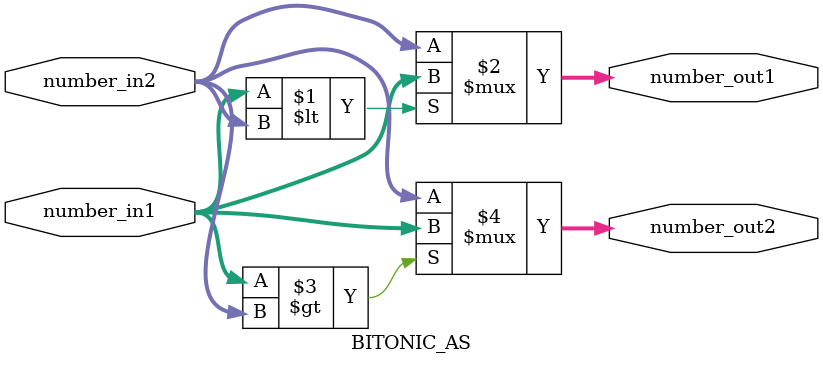
<source format=v>
module BITONIC_AS(number_in1, number_in2, number_out1, number_out2);
input  [7:0] number_in1;
input  [7:0] number_in2;
output [7:0] number_out1;
output [7:0] number_out2;

assign number_out1 = (number_in1 < number_in2)? number_in1 : number_in2;
assign number_out2 = (number_in1 > number_in2)? number_in1 : number_in2;

endmodule
</source>
